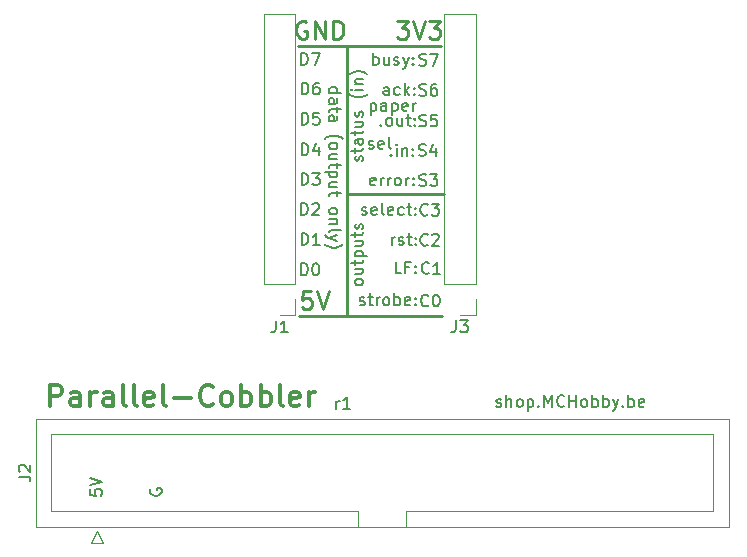
<source format=gbr>
%TF.GenerationSoftware,KiCad,Pcbnew,5.1.12-84ad8e8a86~92~ubuntu18.04.1*%
%TF.CreationDate,2022-06-27T03:15:35+02:00*%
%TF.ProjectId,Parallel-cobbler,50617261-6c6c-4656-9c2d-636f62626c65,rev?*%
%TF.SameCoordinates,Original*%
%TF.FileFunction,Legend,Top*%
%TF.FilePolarity,Positive*%
%FSLAX46Y46*%
G04 Gerber Fmt 4.6, Leading zero omitted, Abs format (unit mm)*
G04 Created by KiCad (PCBNEW 5.1.12-84ad8e8a86~92~ubuntu18.04.1) date 2022-06-27 03:15:35*
%MOMM*%
%LPD*%
G01*
G04 APERTURE LIST*
%ADD10C,0.250000*%
%ADD11C,0.150000*%
%ADD12C,0.350000*%
%ADD13C,0.120000*%
G04 APERTURE END LIST*
D10*
X129550000Y-29450000D02*
X141650000Y-29450000D01*
X129600000Y-52300000D02*
X141750000Y-52300000D01*
D11*
X135545238Y-38104761D02*
X135640476Y-38152380D01*
X135830952Y-38152380D01*
X135926190Y-38104761D01*
X135973809Y-38009523D01*
X135973809Y-37961904D01*
X135926190Y-37866666D01*
X135830952Y-37819047D01*
X135688095Y-37819047D01*
X135592857Y-37771428D01*
X135545238Y-37676190D01*
X135545238Y-37628571D01*
X135592857Y-37533333D01*
X135688095Y-37485714D01*
X135830952Y-37485714D01*
X135926190Y-37533333D01*
X136783333Y-38104761D02*
X136688095Y-38152380D01*
X136497619Y-38152380D01*
X136402380Y-38104761D01*
X136354761Y-38009523D01*
X136354761Y-37628571D01*
X136402380Y-37533333D01*
X136497619Y-37485714D01*
X136688095Y-37485714D01*
X136783333Y-37533333D01*
X136830952Y-37628571D01*
X136830952Y-37723809D01*
X136354761Y-37819047D01*
X137402380Y-38152380D02*
X137307142Y-38104761D01*
X137259523Y-38009523D01*
X137259523Y-37152380D01*
D10*
X133700000Y-42000000D02*
X133700000Y-29500000D01*
X133700000Y-42000000D02*
X133700000Y-52300000D01*
D11*
X132197619Y-33416666D02*
X133197619Y-33416666D01*
X132245238Y-33416666D02*
X132197619Y-33321428D01*
X132197619Y-33130952D01*
X132245238Y-33035714D01*
X132292857Y-32988095D01*
X132388095Y-32940476D01*
X132673809Y-32940476D01*
X132769047Y-32988095D01*
X132816666Y-33035714D01*
X132864285Y-33130952D01*
X132864285Y-33321428D01*
X132816666Y-33416666D01*
X132197619Y-34321428D02*
X132721428Y-34321428D01*
X132816666Y-34273809D01*
X132864285Y-34178571D01*
X132864285Y-33988095D01*
X132816666Y-33892857D01*
X132245238Y-34321428D02*
X132197619Y-34226190D01*
X132197619Y-33988095D01*
X132245238Y-33892857D01*
X132340476Y-33845238D01*
X132435714Y-33845238D01*
X132530952Y-33892857D01*
X132578571Y-33988095D01*
X132578571Y-34226190D01*
X132626190Y-34321428D01*
X132864285Y-34654761D02*
X132864285Y-35035714D01*
X133197619Y-34797619D02*
X132340476Y-34797619D01*
X132245238Y-34845238D01*
X132197619Y-34940476D01*
X132197619Y-35035714D01*
X132197619Y-35797619D02*
X132721428Y-35797619D01*
X132816666Y-35750000D01*
X132864285Y-35654761D01*
X132864285Y-35464285D01*
X132816666Y-35369047D01*
X132245238Y-35797619D02*
X132197619Y-35702380D01*
X132197619Y-35464285D01*
X132245238Y-35369047D01*
X132340476Y-35321428D01*
X132435714Y-35321428D01*
X132530952Y-35369047D01*
X132578571Y-35464285D01*
X132578571Y-35702380D01*
X132626190Y-35797619D01*
X131816666Y-37321428D02*
X131864285Y-37273809D01*
X132007142Y-37178571D01*
X132102380Y-37130952D01*
X132245238Y-37083333D01*
X132483333Y-37035714D01*
X132673809Y-37035714D01*
X132911904Y-37083333D01*
X133054761Y-37130952D01*
X133150000Y-37178571D01*
X133292857Y-37273809D01*
X133340476Y-37321428D01*
X132197619Y-37845238D02*
X132245238Y-37750000D01*
X132292857Y-37702380D01*
X132388095Y-37654761D01*
X132673809Y-37654761D01*
X132769047Y-37702380D01*
X132816666Y-37750000D01*
X132864285Y-37845238D01*
X132864285Y-37988095D01*
X132816666Y-38083333D01*
X132769047Y-38130952D01*
X132673809Y-38178571D01*
X132388095Y-38178571D01*
X132292857Y-38130952D01*
X132245238Y-38083333D01*
X132197619Y-37988095D01*
X132197619Y-37845238D01*
X132864285Y-39035714D02*
X132197619Y-39035714D01*
X132864285Y-38607142D02*
X132340476Y-38607142D01*
X132245238Y-38654761D01*
X132197619Y-38750000D01*
X132197619Y-38892857D01*
X132245238Y-38988095D01*
X132292857Y-39035714D01*
X132864285Y-39369047D02*
X132864285Y-39750000D01*
X133197619Y-39511904D02*
X132340476Y-39511904D01*
X132245238Y-39559523D01*
X132197619Y-39654761D01*
X132197619Y-39750000D01*
X132864285Y-40083333D02*
X131864285Y-40083333D01*
X132816666Y-40083333D02*
X132864285Y-40178571D01*
X132864285Y-40369047D01*
X132816666Y-40464285D01*
X132769047Y-40511904D01*
X132673809Y-40559523D01*
X132388095Y-40559523D01*
X132292857Y-40511904D01*
X132245238Y-40464285D01*
X132197619Y-40369047D01*
X132197619Y-40178571D01*
X132245238Y-40083333D01*
X132864285Y-41416666D02*
X132197619Y-41416666D01*
X132864285Y-40988095D02*
X132340476Y-40988095D01*
X132245238Y-41035714D01*
X132197619Y-41130952D01*
X132197619Y-41273809D01*
X132245238Y-41369047D01*
X132292857Y-41416666D01*
X132864285Y-41750000D02*
X132864285Y-42130952D01*
X133197619Y-41892857D02*
X132340476Y-41892857D01*
X132245238Y-41940476D01*
X132197619Y-42035714D01*
X132197619Y-42130952D01*
X132197619Y-43369047D02*
X132245238Y-43273809D01*
X132292857Y-43226190D01*
X132388095Y-43178571D01*
X132673809Y-43178571D01*
X132769047Y-43226190D01*
X132816666Y-43273809D01*
X132864285Y-43369047D01*
X132864285Y-43511904D01*
X132816666Y-43607142D01*
X132769047Y-43654761D01*
X132673809Y-43702380D01*
X132388095Y-43702380D01*
X132292857Y-43654761D01*
X132245238Y-43607142D01*
X132197619Y-43511904D01*
X132197619Y-43369047D01*
X132864285Y-44130952D02*
X132197619Y-44130952D01*
X132769047Y-44130952D02*
X132816666Y-44178571D01*
X132864285Y-44273809D01*
X132864285Y-44416666D01*
X132816666Y-44511904D01*
X132721428Y-44559523D01*
X132197619Y-44559523D01*
X132197619Y-45178571D02*
X132245238Y-45083333D01*
X132340476Y-45035714D01*
X133197619Y-45035714D01*
X132864285Y-45464285D02*
X132197619Y-45702380D01*
X132864285Y-45940476D02*
X132197619Y-45702380D01*
X131959523Y-45607142D01*
X131911904Y-45559523D01*
X131864285Y-45464285D01*
X131816666Y-46226190D02*
X131864285Y-46273809D01*
X132007142Y-46369047D01*
X132102380Y-46416666D01*
X132245238Y-46464285D01*
X132483333Y-46511904D01*
X132673809Y-46511904D01*
X132911904Y-46464285D01*
X133054761Y-46416666D01*
X133150000Y-46369047D01*
X133292857Y-46273809D01*
X133340476Y-46226190D01*
X135052380Y-49504761D02*
X135004761Y-49600000D01*
X134957142Y-49647619D01*
X134861904Y-49695238D01*
X134576190Y-49695238D01*
X134480952Y-49647619D01*
X134433333Y-49600000D01*
X134385714Y-49504761D01*
X134385714Y-49361904D01*
X134433333Y-49266666D01*
X134480952Y-49219047D01*
X134576190Y-49171428D01*
X134861904Y-49171428D01*
X134957142Y-49219047D01*
X135004761Y-49266666D01*
X135052380Y-49361904D01*
X135052380Y-49504761D01*
X134385714Y-48314285D02*
X135052380Y-48314285D01*
X134385714Y-48742857D02*
X134909523Y-48742857D01*
X135004761Y-48695238D01*
X135052380Y-48600000D01*
X135052380Y-48457142D01*
X135004761Y-48361904D01*
X134957142Y-48314285D01*
X134385714Y-47980952D02*
X134385714Y-47600000D01*
X134052380Y-47838095D02*
X134909523Y-47838095D01*
X135004761Y-47790476D01*
X135052380Y-47695238D01*
X135052380Y-47600000D01*
X134385714Y-47266666D02*
X135385714Y-47266666D01*
X134433333Y-47266666D02*
X134385714Y-47171428D01*
X134385714Y-46980952D01*
X134433333Y-46885714D01*
X134480952Y-46838095D01*
X134576190Y-46790476D01*
X134861904Y-46790476D01*
X134957142Y-46838095D01*
X135004761Y-46885714D01*
X135052380Y-46980952D01*
X135052380Y-47171428D01*
X135004761Y-47266666D01*
X134385714Y-45933333D02*
X135052380Y-45933333D01*
X134385714Y-46361904D02*
X134909523Y-46361904D01*
X135004761Y-46314285D01*
X135052380Y-46219047D01*
X135052380Y-46076190D01*
X135004761Y-45980952D01*
X134957142Y-45933333D01*
X134385714Y-45600000D02*
X134385714Y-45219047D01*
X134052380Y-45457142D02*
X134909523Y-45457142D01*
X135004761Y-45409523D01*
X135052380Y-45314285D01*
X135052380Y-45219047D01*
X135004761Y-44933333D02*
X135052380Y-44838095D01*
X135052380Y-44647619D01*
X135004761Y-44552380D01*
X134909523Y-44504761D01*
X134861904Y-44504761D01*
X134766666Y-44552380D01*
X134719047Y-44647619D01*
X134719047Y-44790476D01*
X134671428Y-44885714D01*
X134576190Y-44933333D01*
X134528571Y-44933333D01*
X134433333Y-44885714D01*
X134385714Y-44790476D01*
X134385714Y-44647619D01*
X134433333Y-44552380D01*
X135004761Y-39183333D02*
X135052380Y-39088095D01*
X135052380Y-38897619D01*
X135004761Y-38802380D01*
X134909523Y-38754761D01*
X134861904Y-38754761D01*
X134766666Y-38802380D01*
X134719047Y-38897619D01*
X134719047Y-39040476D01*
X134671428Y-39135714D01*
X134576190Y-39183333D01*
X134528571Y-39183333D01*
X134433333Y-39135714D01*
X134385714Y-39040476D01*
X134385714Y-38897619D01*
X134433333Y-38802380D01*
X134385714Y-38469047D02*
X134385714Y-38088095D01*
X134052380Y-38326190D02*
X134909523Y-38326190D01*
X135004761Y-38278571D01*
X135052380Y-38183333D01*
X135052380Y-38088095D01*
X135052380Y-37326190D02*
X134528571Y-37326190D01*
X134433333Y-37373809D01*
X134385714Y-37469047D01*
X134385714Y-37659523D01*
X134433333Y-37754761D01*
X135004761Y-37326190D02*
X135052380Y-37421428D01*
X135052380Y-37659523D01*
X135004761Y-37754761D01*
X134909523Y-37802380D01*
X134814285Y-37802380D01*
X134719047Y-37754761D01*
X134671428Y-37659523D01*
X134671428Y-37421428D01*
X134623809Y-37326190D01*
X134385714Y-36992857D02*
X134385714Y-36611904D01*
X134052380Y-36850000D02*
X134909523Y-36850000D01*
X135004761Y-36802380D01*
X135052380Y-36707142D01*
X135052380Y-36611904D01*
X134385714Y-35850000D02*
X135052380Y-35850000D01*
X134385714Y-36278571D02*
X134909523Y-36278571D01*
X135004761Y-36230952D01*
X135052380Y-36135714D01*
X135052380Y-35992857D01*
X135004761Y-35897619D01*
X134957142Y-35850000D01*
X135004761Y-35421428D02*
X135052380Y-35326190D01*
X135052380Y-35135714D01*
X135004761Y-35040476D01*
X134909523Y-34992857D01*
X134861904Y-34992857D01*
X134766666Y-35040476D01*
X134719047Y-35135714D01*
X134719047Y-35278571D01*
X134671428Y-35373809D01*
X134576190Y-35421428D01*
X134528571Y-35421428D01*
X134433333Y-35373809D01*
X134385714Y-35278571D01*
X134385714Y-35135714D01*
X134433333Y-35040476D01*
X135433333Y-33516666D02*
X135385714Y-33564285D01*
X135242857Y-33659523D01*
X135147619Y-33707142D01*
X135004761Y-33754761D01*
X134766666Y-33802380D01*
X134576190Y-33802380D01*
X134338095Y-33754761D01*
X134195238Y-33707142D01*
X134100000Y-33659523D01*
X133957142Y-33564285D01*
X133909523Y-33516666D01*
X135052380Y-33135714D02*
X134385714Y-33135714D01*
X134052380Y-33135714D02*
X134100000Y-33183333D01*
X134147619Y-33135714D01*
X134100000Y-33088095D01*
X134052380Y-33135714D01*
X134147619Y-33135714D01*
X134385714Y-32659523D02*
X135052380Y-32659523D01*
X134480952Y-32659523D02*
X134433333Y-32611904D01*
X134385714Y-32516666D01*
X134385714Y-32373809D01*
X134433333Y-32278571D01*
X134528571Y-32230952D01*
X135052380Y-32230952D01*
X135433333Y-31850000D02*
X135385714Y-31802380D01*
X135242857Y-31707142D01*
X135147619Y-31659523D01*
X135004761Y-31611904D01*
X134766666Y-31564285D01*
X134576190Y-31564285D01*
X134338095Y-31611904D01*
X134195238Y-31659523D01*
X134100000Y-31707142D01*
X133957142Y-31802380D01*
X133909523Y-31850000D01*
X135692857Y-34285714D02*
X135692857Y-35285714D01*
X135692857Y-34333333D02*
X135788095Y-34285714D01*
X135978571Y-34285714D01*
X136073809Y-34333333D01*
X136121428Y-34380952D01*
X136169047Y-34476190D01*
X136169047Y-34761904D01*
X136121428Y-34857142D01*
X136073809Y-34904761D01*
X135978571Y-34952380D01*
X135788095Y-34952380D01*
X135692857Y-34904761D01*
X137026190Y-34952380D02*
X137026190Y-34428571D01*
X136978571Y-34333333D01*
X136883333Y-34285714D01*
X136692857Y-34285714D01*
X136597619Y-34333333D01*
X137026190Y-34904761D02*
X136930952Y-34952380D01*
X136692857Y-34952380D01*
X136597619Y-34904761D01*
X136550000Y-34809523D01*
X136550000Y-34714285D01*
X136597619Y-34619047D01*
X136692857Y-34571428D01*
X136930952Y-34571428D01*
X137026190Y-34523809D01*
X137502380Y-34285714D02*
X137502380Y-35285714D01*
X137502380Y-34333333D02*
X137597619Y-34285714D01*
X137788095Y-34285714D01*
X137883333Y-34333333D01*
X137930952Y-34380952D01*
X137978571Y-34476190D01*
X137978571Y-34761904D01*
X137930952Y-34857142D01*
X137883333Y-34904761D01*
X137788095Y-34952380D01*
X137597619Y-34952380D01*
X137502380Y-34904761D01*
X138788095Y-34904761D02*
X138692857Y-34952380D01*
X138502380Y-34952380D01*
X138407142Y-34904761D01*
X138359523Y-34809523D01*
X138359523Y-34428571D01*
X138407142Y-34333333D01*
X138502380Y-34285714D01*
X138692857Y-34285714D01*
X138788095Y-34333333D01*
X138835714Y-34428571D01*
X138835714Y-34523809D01*
X138359523Y-34619047D01*
X139264285Y-34952380D02*
X139264285Y-34285714D01*
X139264285Y-34476190D02*
X139311904Y-34380952D01*
X139359523Y-34333333D01*
X139454761Y-34285714D01*
X139550000Y-34285714D01*
X136071428Y-41204761D02*
X135976190Y-41252380D01*
X135785714Y-41252380D01*
X135690476Y-41204761D01*
X135642857Y-41109523D01*
X135642857Y-40728571D01*
X135690476Y-40633333D01*
X135785714Y-40585714D01*
X135976190Y-40585714D01*
X136071428Y-40633333D01*
X136119047Y-40728571D01*
X136119047Y-40823809D01*
X135642857Y-40919047D01*
X136547619Y-41252380D02*
X136547619Y-40585714D01*
X136547619Y-40776190D02*
X136595238Y-40680952D01*
X136642857Y-40633333D01*
X136738095Y-40585714D01*
X136833333Y-40585714D01*
X137166666Y-41252380D02*
X137166666Y-40585714D01*
X137166666Y-40776190D02*
X137214285Y-40680952D01*
X137261904Y-40633333D01*
X137357142Y-40585714D01*
X137452380Y-40585714D01*
X137928571Y-41252380D02*
X137833333Y-41204761D01*
X137785714Y-41157142D01*
X137738095Y-41061904D01*
X137738095Y-40776190D01*
X137785714Y-40680952D01*
X137833333Y-40633333D01*
X137928571Y-40585714D01*
X138071428Y-40585714D01*
X138166666Y-40633333D01*
X138214285Y-40680952D01*
X138261904Y-40776190D01*
X138261904Y-41061904D01*
X138214285Y-41157142D01*
X138166666Y-41204761D01*
X138071428Y-41252380D01*
X137928571Y-41252380D01*
X138690476Y-41252380D02*
X138690476Y-40585714D01*
X138690476Y-40776190D02*
X138738095Y-40680952D01*
X138785714Y-40633333D01*
X138880952Y-40585714D01*
X138976190Y-40585714D01*
X139309523Y-41157142D02*
X139357142Y-41204761D01*
X139309523Y-41252380D01*
X139261904Y-41204761D01*
X139309523Y-41157142D01*
X139309523Y-41252380D01*
X139309523Y-40633333D02*
X139357142Y-40680952D01*
X139309523Y-40728571D01*
X139261904Y-40680952D01*
X139309523Y-40633333D01*
X139309523Y-40728571D01*
X137421428Y-38657142D02*
X137469047Y-38704761D01*
X137421428Y-38752380D01*
X137373809Y-38704761D01*
X137421428Y-38657142D01*
X137421428Y-38752380D01*
X137897619Y-38752380D02*
X137897619Y-38085714D01*
X137897619Y-37752380D02*
X137850000Y-37800000D01*
X137897619Y-37847619D01*
X137945238Y-37800000D01*
X137897619Y-37752380D01*
X137897619Y-37847619D01*
X138373809Y-38085714D02*
X138373809Y-38752380D01*
X138373809Y-38180952D02*
X138421428Y-38133333D01*
X138516666Y-38085714D01*
X138659523Y-38085714D01*
X138754761Y-38133333D01*
X138802380Y-38228571D01*
X138802380Y-38752380D01*
X139278571Y-38657142D02*
X139326190Y-38704761D01*
X139278571Y-38752380D01*
X139230952Y-38704761D01*
X139278571Y-38657142D01*
X139278571Y-38752380D01*
X139278571Y-38133333D02*
X139326190Y-38180952D01*
X139278571Y-38228571D01*
X139230952Y-38180952D01*
X139278571Y-38133333D01*
X139278571Y-38228571D01*
X136571428Y-36107142D02*
X136619047Y-36154761D01*
X136571428Y-36202380D01*
X136523809Y-36154761D01*
X136571428Y-36107142D01*
X136571428Y-36202380D01*
X137190476Y-36202380D02*
X137095238Y-36154761D01*
X137047619Y-36107142D01*
X137000000Y-36011904D01*
X137000000Y-35726190D01*
X137047619Y-35630952D01*
X137095238Y-35583333D01*
X137190476Y-35535714D01*
X137333333Y-35535714D01*
X137428571Y-35583333D01*
X137476190Y-35630952D01*
X137523809Y-35726190D01*
X137523809Y-36011904D01*
X137476190Y-36107142D01*
X137428571Y-36154761D01*
X137333333Y-36202380D01*
X137190476Y-36202380D01*
X138380952Y-35535714D02*
X138380952Y-36202380D01*
X137952380Y-35535714D02*
X137952380Y-36059523D01*
X138000000Y-36154761D01*
X138095238Y-36202380D01*
X138238095Y-36202380D01*
X138333333Y-36154761D01*
X138380952Y-36107142D01*
X138714285Y-35535714D02*
X139095238Y-35535714D01*
X138857142Y-35202380D02*
X138857142Y-36059523D01*
X138904761Y-36154761D01*
X139000000Y-36202380D01*
X139095238Y-36202380D01*
X139428571Y-36107142D02*
X139476190Y-36154761D01*
X139428571Y-36202380D01*
X139380952Y-36154761D01*
X139428571Y-36107142D01*
X139428571Y-36202380D01*
X139428571Y-35583333D02*
X139476190Y-35630952D01*
X139428571Y-35678571D01*
X139380952Y-35630952D01*
X139428571Y-35583333D01*
X139428571Y-35678571D01*
X137242857Y-33602380D02*
X137242857Y-33078571D01*
X137195238Y-32983333D01*
X137100000Y-32935714D01*
X136909523Y-32935714D01*
X136814285Y-32983333D01*
X137242857Y-33554761D02*
X137147619Y-33602380D01*
X136909523Y-33602380D01*
X136814285Y-33554761D01*
X136766666Y-33459523D01*
X136766666Y-33364285D01*
X136814285Y-33269047D01*
X136909523Y-33221428D01*
X137147619Y-33221428D01*
X137242857Y-33173809D01*
X138147619Y-33554761D02*
X138052380Y-33602380D01*
X137861904Y-33602380D01*
X137766666Y-33554761D01*
X137719047Y-33507142D01*
X137671428Y-33411904D01*
X137671428Y-33126190D01*
X137719047Y-33030952D01*
X137766666Y-32983333D01*
X137861904Y-32935714D01*
X138052380Y-32935714D01*
X138147619Y-32983333D01*
X138576190Y-33602380D02*
X138576190Y-32602380D01*
X138671428Y-33221428D02*
X138957142Y-33602380D01*
X138957142Y-32935714D02*
X138576190Y-33316666D01*
X139385714Y-33507142D02*
X139433333Y-33554761D01*
X139385714Y-33602380D01*
X139338095Y-33554761D01*
X139385714Y-33507142D01*
X139385714Y-33602380D01*
X139385714Y-32983333D02*
X139433333Y-33030952D01*
X139385714Y-33078571D01*
X139338095Y-33030952D01*
X139385714Y-32983333D01*
X139385714Y-33078571D01*
X135909523Y-31052380D02*
X135909523Y-30052380D01*
X135909523Y-30433333D02*
X136004761Y-30385714D01*
X136195238Y-30385714D01*
X136290476Y-30433333D01*
X136338095Y-30480952D01*
X136385714Y-30576190D01*
X136385714Y-30861904D01*
X136338095Y-30957142D01*
X136290476Y-31004761D01*
X136195238Y-31052380D01*
X136004761Y-31052380D01*
X135909523Y-31004761D01*
X137242857Y-30385714D02*
X137242857Y-31052380D01*
X136814285Y-30385714D02*
X136814285Y-30909523D01*
X136861904Y-31004761D01*
X136957142Y-31052380D01*
X137100000Y-31052380D01*
X137195238Y-31004761D01*
X137242857Y-30957142D01*
X137671428Y-31004761D02*
X137766666Y-31052380D01*
X137957142Y-31052380D01*
X138052380Y-31004761D01*
X138100000Y-30909523D01*
X138100000Y-30861904D01*
X138052380Y-30766666D01*
X137957142Y-30719047D01*
X137814285Y-30719047D01*
X137719047Y-30671428D01*
X137671428Y-30576190D01*
X137671428Y-30528571D01*
X137719047Y-30433333D01*
X137814285Y-30385714D01*
X137957142Y-30385714D01*
X138052380Y-30433333D01*
X138433333Y-30385714D02*
X138671428Y-31052380D01*
X138909523Y-30385714D02*
X138671428Y-31052380D01*
X138576190Y-31290476D01*
X138528571Y-31338095D01*
X138433333Y-31385714D01*
X139290476Y-30957142D02*
X139338095Y-31004761D01*
X139290476Y-31052380D01*
X139242857Y-31004761D01*
X139290476Y-30957142D01*
X139290476Y-31052380D01*
X139290476Y-30433333D02*
X139338095Y-30480952D01*
X139290476Y-30528571D01*
X139242857Y-30480952D01*
X139290476Y-30433333D01*
X139290476Y-30528571D01*
X134964285Y-43704761D02*
X135059523Y-43752380D01*
X135250000Y-43752380D01*
X135345238Y-43704761D01*
X135392857Y-43609523D01*
X135392857Y-43561904D01*
X135345238Y-43466666D01*
X135250000Y-43419047D01*
X135107142Y-43419047D01*
X135011904Y-43371428D01*
X134964285Y-43276190D01*
X134964285Y-43228571D01*
X135011904Y-43133333D01*
X135107142Y-43085714D01*
X135250000Y-43085714D01*
X135345238Y-43133333D01*
X136202380Y-43704761D02*
X136107142Y-43752380D01*
X135916666Y-43752380D01*
X135821428Y-43704761D01*
X135773809Y-43609523D01*
X135773809Y-43228571D01*
X135821428Y-43133333D01*
X135916666Y-43085714D01*
X136107142Y-43085714D01*
X136202380Y-43133333D01*
X136250000Y-43228571D01*
X136250000Y-43323809D01*
X135773809Y-43419047D01*
X136821428Y-43752380D02*
X136726190Y-43704761D01*
X136678571Y-43609523D01*
X136678571Y-42752380D01*
X137583333Y-43704761D02*
X137488095Y-43752380D01*
X137297619Y-43752380D01*
X137202380Y-43704761D01*
X137154761Y-43609523D01*
X137154761Y-43228571D01*
X137202380Y-43133333D01*
X137297619Y-43085714D01*
X137488095Y-43085714D01*
X137583333Y-43133333D01*
X137630952Y-43228571D01*
X137630952Y-43323809D01*
X137154761Y-43419047D01*
X138488095Y-43704761D02*
X138392857Y-43752380D01*
X138202380Y-43752380D01*
X138107142Y-43704761D01*
X138059523Y-43657142D01*
X138011904Y-43561904D01*
X138011904Y-43276190D01*
X138059523Y-43180952D01*
X138107142Y-43133333D01*
X138202380Y-43085714D01*
X138392857Y-43085714D01*
X138488095Y-43133333D01*
X138773809Y-43085714D02*
X139154761Y-43085714D01*
X138916666Y-42752380D02*
X138916666Y-43609523D01*
X138964285Y-43704761D01*
X139059523Y-43752380D01*
X139154761Y-43752380D01*
X139488095Y-43657142D02*
X139535714Y-43704761D01*
X139488095Y-43752380D01*
X139440476Y-43704761D01*
X139488095Y-43657142D01*
X139488095Y-43752380D01*
X139488095Y-43133333D02*
X139535714Y-43180952D01*
X139488095Y-43228571D01*
X139440476Y-43180952D01*
X139488095Y-43133333D01*
X139488095Y-43228571D01*
X137500000Y-46302380D02*
X137500000Y-45635714D01*
X137500000Y-45826190D02*
X137547619Y-45730952D01*
X137595238Y-45683333D01*
X137690476Y-45635714D01*
X137785714Y-45635714D01*
X138071428Y-46254761D02*
X138166666Y-46302380D01*
X138357142Y-46302380D01*
X138452380Y-46254761D01*
X138500000Y-46159523D01*
X138500000Y-46111904D01*
X138452380Y-46016666D01*
X138357142Y-45969047D01*
X138214285Y-45969047D01*
X138119047Y-45921428D01*
X138071428Y-45826190D01*
X138071428Y-45778571D01*
X138119047Y-45683333D01*
X138214285Y-45635714D01*
X138357142Y-45635714D01*
X138452380Y-45683333D01*
X138785714Y-45635714D02*
X139166666Y-45635714D01*
X138928571Y-45302380D02*
X138928571Y-46159523D01*
X138976190Y-46254761D01*
X139071428Y-46302380D01*
X139166666Y-46302380D01*
X139500000Y-46207142D02*
X139547619Y-46254761D01*
X139500000Y-46302380D01*
X139452380Y-46254761D01*
X139500000Y-46207142D01*
X139500000Y-46302380D01*
X139500000Y-45683333D02*
X139547619Y-45730952D01*
X139500000Y-45778571D01*
X139452380Y-45730952D01*
X139500000Y-45683333D01*
X139500000Y-45778571D01*
X138292857Y-48702380D02*
X137816666Y-48702380D01*
X137816666Y-47702380D01*
X138959523Y-48178571D02*
X138626190Y-48178571D01*
X138626190Y-48702380D02*
X138626190Y-47702380D01*
X139102380Y-47702380D01*
X139483333Y-48607142D02*
X139530952Y-48654761D01*
X139483333Y-48702380D01*
X139435714Y-48654761D01*
X139483333Y-48607142D01*
X139483333Y-48702380D01*
X139483333Y-48083333D02*
X139530952Y-48130952D01*
X139483333Y-48178571D01*
X139435714Y-48130952D01*
X139483333Y-48083333D01*
X139483333Y-48178571D01*
X134769047Y-51354761D02*
X134864285Y-51402380D01*
X135054761Y-51402380D01*
X135150000Y-51354761D01*
X135197619Y-51259523D01*
X135197619Y-51211904D01*
X135150000Y-51116666D01*
X135054761Y-51069047D01*
X134911904Y-51069047D01*
X134816666Y-51021428D01*
X134769047Y-50926190D01*
X134769047Y-50878571D01*
X134816666Y-50783333D01*
X134911904Y-50735714D01*
X135054761Y-50735714D01*
X135150000Y-50783333D01*
X135483333Y-50735714D02*
X135864285Y-50735714D01*
X135626190Y-50402380D02*
X135626190Y-51259523D01*
X135673809Y-51354761D01*
X135769047Y-51402380D01*
X135864285Y-51402380D01*
X136197619Y-51402380D02*
X136197619Y-50735714D01*
X136197619Y-50926190D02*
X136245238Y-50830952D01*
X136292857Y-50783333D01*
X136388095Y-50735714D01*
X136483333Y-50735714D01*
X136959523Y-51402380D02*
X136864285Y-51354761D01*
X136816666Y-51307142D01*
X136769047Y-51211904D01*
X136769047Y-50926190D01*
X136816666Y-50830952D01*
X136864285Y-50783333D01*
X136959523Y-50735714D01*
X137102380Y-50735714D01*
X137197619Y-50783333D01*
X137245238Y-50830952D01*
X137292857Y-50926190D01*
X137292857Y-51211904D01*
X137245238Y-51307142D01*
X137197619Y-51354761D01*
X137102380Y-51402380D01*
X136959523Y-51402380D01*
X137721428Y-51402380D02*
X137721428Y-50402380D01*
X137721428Y-50783333D02*
X137816666Y-50735714D01*
X138007142Y-50735714D01*
X138102380Y-50783333D01*
X138150000Y-50830952D01*
X138197619Y-50926190D01*
X138197619Y-51211904D01*
X138150000Y-51307142D01*
X138102380Y-51354761D01*
X138007142Y-51402380D01*
X137816666Y-51402380D01*
X137721428Y-51354761D01*
X139007142Y-51354761D02*
X138911904Y-51402380D01*
X138721428Y-51402380D01*
X138626190Y-51354761D01*
X138578571Y-51259523D01*
X138578571Y-50878571D01*
X138626190Y-50783333D01*
X138721428Y-50735714D01*
X138911904Y-50735714D01*
X139007142Y-50783333D01*
X139054761Y-50878571D01*
X139054761Y-50973809D01*
X138578571Y-51069047D01*
X139483333Y-51307142D02*
X139530952Y-51354761D01*
X139483333Y-51402380D01*
X139435714Y-51354761D01*
X139483333Y-51307142D01*
X139483333Y-51402380D01*
X139483333Y-50783333D02*
X139530952Y-50830952D01*
X139483333Y-50878571D01*
X139435714Y-50830952D01*
X139483333Y-50783333D01*
X139483333Y-50878571D01*
D10*
X141900000Y-42000000D02*
X133700000Y-42000000D01*
D11*
X140583333Y-51407142D02*
X140535714Y-51454761D01*
X140392857Y-51502380D01*
X140297619Y-51502380D01*
X140154761Y-51454761D01*
X140059523Y-51359523D01*
X140011904Y-51264285D01*
X139964285Y-51073809D01*
X139964285Y-50930952D01*
X140011904Y-50740476D01*
X140059523Y-50645238D01*
X140154761Y-50550000D01*
X140297619Y-50502380D01*
X140392857Y-50502380D01*
X140535714Y-50550000D01*
X140583333Y-50597619D01*
X141202380Y-50502380D02*
X141297619Y-50502380D01*
X141392857Y-50550000D01*
X141440476Y-50597619D01*
X141488095Y-50692857D01*
X141535714Y-50883333D01*
X141535714Y-51121428D01*
X141488095Y-51311904D01*
X141440476Y-51407142D01*
X141392857Y-51454761D01*
X141297619Y-51502380D01*
X141202380Y-51502380D01*
X141107142Y-51454761D01*
X141059523Y-51407142D01*
X141011904Y-51311904D01*
X140964285Y-51121428D01*
X140964285Y-50883333D01*
X141011904Y-50692857D01*
X141059523Y-50597619D01*
X141107142Y-50550000D01*
X141202380Y-50502380D01*
X140633333Y-48657142D02*
X140585714Y-48704761D01*
X140442857Y-48752380D01*
X140347619Y-48752380D01*
X140204761Y-48704761D01*
X140109523Y-48609523D01*
X140061904Y-48514285D01*
X140014285Y-48323809D01*
X140014285Y-48180952D01*
X140061904Y-47990476D01*
X140109523Y-47895238D01*
X140204761Y-47800000D01*
X140347619Y-47752380D01*
X140442857Y-47752380D01*
X140585714Y-47800000D01*
X140633333Y-47847619D01*
X141585714Y-48752380D02*
X141014285Y-48752380D01*
X141300000Y-48752380D02*
X141300000Y-47752380D01*
X141204761Y-47895238D01*
X141109523Y-47990476D01*
X141014285Y-48038095D01*
X140533333Y-46257142D02*
X140485714Y-46304761D01*
X140342857Y-46352380D01*
X140247619Y-46352380D01*
X140104761Y-46304761D01*
X140009523Y-46209523D01*
X139961904Y-46114285D01*
X139914285Y-45923809D01*
X139914285Y-45780952D01*
X139961904Y-45590476D01*
X140009523Y-45495238D01*
X140104761Y-45400000D01*
X140247619Y-45352380D01*
X140342857Y-45352380D01*
X140485714Y-45400000D01*
X140533333Y-45447619D01*
X140914285Y-45447619D02*
X140961904Y-45400000D01*
X141057142Y-45352380D01*
X141295238Y-45352380D01*
X141390476Y-45400000D01*
X141438095Y-45447619D01*
X141485714Y-45542857D01*
X141485714Y-45638095D01*
X141438095Y-45780952D01*
X140866666Y-46352380D01*
X141485714Y-46352380D01*
X140533333Y-43707142D02*
X140485714Y-43754761D01*
X140342857Y-43802380D01*
X140247619Y-43802380D01*
X140104761Y-43754761D01*
X140009523Y-43659523D01*
X139961904Y-43564285D01*
X139914285Y-43373809D01*
X139914285Y-43230952D01*
X139961904Y-43040476D01*
X140009523Y-42945238D01*
X140104761Y-42850000D01*
X140247619Y-42802380D01*
X140342857Y-42802380D01*
X140485714Y-42850000D01*
X140533333Y-42897619D01*
X140866666Y-42802380D02*
X141485714Y-42802380D01*
X141152380Y-43183333D01*
X141295238Y-43183333D01*
X141390476Y-43230952D01*
X141438095Y-43278571D01*
X141485714Y-43373809D01*
X141485714Y-43611904D01*
X141438095Y-43707142D01*
X141390476Y-43754761D01*
X141295238Y-43802380D01*
X141009523Y-43802380D01*
X140914285Y-43754761D01*
X140866666Y-43707142D01*
X139838095Y-31054761D02*
X139980952Y-31102380D01*
X140219047Y-31102380D01*
X140314285Y-31054761D01*
X140361904Y-31007142D01*
X140409523Y-30911904D01*
X140409523Y-30816666D01*
X140361904Y-30721428D01*
X140314285Y-30673809D01*
X140219047Y-30626190D01*
X140028571Y-30578571D01*
X139933333Y-30530952D01*
X139885714Y-30483333D01*
X139838095Y-30388095D01*
X139838095Y-30292857D01*
X139885714Y-30197619D01*
X139933333Y-30150000D01*
X140028571Y-30102380D01*
X140266666Y-30102380D01*
X140409523Y-30150000D01*
X140742857Y-30102380D02*
X141409523Y-30102380D01*
X140980952Y-31102380D01*
X139838095Y-33604761D02*
X139980952Y-33652380D01*
X140219047Y-33652380D01*
X140314285Y-33604761D01*
X140361904Y-33557142D01*
X140409523Y-33461904D01*
X140409523Y-33366666D01*
X140361904Y-33271428D01*
X140314285Y-33223809D01*
X140219047Y-33176190D01*
X140028571Y-33128571D01*
X139933333Y-33080952D01*
X139885714Y-33033333D01*
X139838095Y-32938095D01*
X139838095Y-32842857D01*
X139885714Y-32747619D01*
X139933333Y-32700000D01*
X140028571Y-32652380D01*
X140266666Y-32652380D01*
X140409523Y-32700000D01*
X141266666Y-32652380D02*
X141076190Y-32652380D01*
X140980952Y-32700000D01*
X140933333Y-32747619D01*
X140838095Y-32890476D01*
X140790476Y-33080952D01*
X140790476Y-33461904D01*
X140838095Y-33557142D01*
X140885714Y-33604761D01*
X140980952Y-33652380D01*
X141171428Y-33652380D01*
X141266666Y-33604761D01*
X141314285Y-33557142D01*
X141361904Y-33461904D01*
X141361904Y-33223809D01*
X141314285Y-33128571D01*
X141266666Y-33080952D01*
X141171428Y-33033333D01*
X140980952Y-33033333D01*
X140885714Y-33080952D01*
X140838095Y-33128571D01*
X140790476Y-33223809D01*
X139838095Y-36204761D02*
X139980952Y-36252380D01*
X140219047Y-36252380D01*
X140314285Y-36204761D01*
X140361904Y-36157142D01*
X140409523Y-36061904D01*
X140409523Y-35966666D01*
X140361904Y-35871428D01*
X140314285Y-35823809D01*
X140219047Y-35776190D01*
X140028571Y-35728571D01*
X139933333Y-35680952D01*
X139885714Y-35633333D01*
X139838095Y-35538095D01*
X139838095Y-35442857D01*
X139885714Y-35347619D01*
X139933333Y-35300000D01*
X140028571Y-35252380D01*
X140266666Y-35252380D01*
X140409523Y-35300000D01*
X141314285Y-35252380D02*
X140838095Y-35252380D01*
X140790476Y-35728571D01*
X140838095Y-35680952D01*
X140933333Y-35633333D01*
X141171428Y-35633333D01*
X141266666Y-35680952D01*
X141314285Y-35728571D01*
X141361904Y-35823809D01*
X141361904Y-36061904D01*
X141314285Y-36157142D01*
X141266666Y-36204761D01*
X141171428Y-36252380D01*
X140933333Y-36252380D01*
X140838095Y-36204761D01*
X140790476Y-36157142D01*
X139788095Y-38704761D02*
X139930952Y-38752380D01*
X140169047Y-38752380D01*
X140264285Y-38704761D01*
X140311904Y-38657142D01*
X140359523Y-38561904D01*
X140359523Y-38466666D01*
X140311904Y-38371428D01*
X140264285Y-38323809D01*
X140169047Y-38276190D01*
X139978571Y-38228571D01*
X139883333Y-38180952D01*
X139835714Y-38133333D01*
X139788095Y-38038095D01*
X139788095Y-37942857D01*
X139835714Y-37847619D01*
X139883333Y-37800000D01*
X139978571Y-37752380D01*
X140216666Y-37752380D01*
X140359523Y-37800000D01*
X141216666Y-38085714D02*
X141216666Y-38752380D01*
X140978571Y-37704761D02*
X140740476Y-38419047D01*
X141359523Y-38419047D01*
X139838095Y-41254761D02*
X139980952Y-41302380D01*
X140219047Y-41302380D01*
X140314285Y-41254761D01*
X140361904Y-41207142D01*
X140409523Y-41111904D01*
X140409523Y-41016666D01*
X140361904Y-40921428D01*
X140314285Y-40873809D01*
X140219047Y-40826190D01*
X140028571Y-40778571D01*
X139933333Y-40730952D01*
X139885714Y-40683333D01*
X139838095Y-40588095D01*
X139838095Y-40492857D01*
X139885714Y-40397619D01*
X139933333Y-40350000D01*
X140028571Y-40302380D01*
X140266666Y-40302380D01*
X140409523Y-40350000D01*
X140742857Y-40302380D02*
X141361904Y-40302380D01*
X141028571Y-40683333D01*
X141171428Y-40683333D01*
X141266666Y-40730952D01*
X141314285Y-40778571D01*
X141361904Y-40873809D01*
X141361904Y-41111904D01*
X141314285Y-41207142D01*
X141266666Y-41254761D01*
X141171428Y-41302380D01*
X140885714Y-41302380D01*
X140790476Y-41254761D01*
X140742857Y-41207142D01*
X129811904Y-48852380D02*
X129811904Y-47852380D01*
X130050000Y-47852380D01*
X130192857Y-47900000D01*
X130288095Y-47995238D01*
X130335714Y-48090476D01*
X130383333Y-48280952D01*
X130383333Y-48423809D01*
X130335714Y-48614285D01*
X130288095Y-48709523D01*
X130192857Y-48804761D01*
X130050000Y-48852380D01*
X129811904Y-48852380D01*
X131002380Y-47852380D02*
X131097619Y-47852380D01*
X131192857Y-47900000D01*
X131240476Y-47947619D01*
X131288095Y-48042857D01*
X131335714Y-48233333D01*
X131335714Y-48471428D01*
X131288095Y-48661904D01*
X131240476Y-48757142D01*
X131192857Y-48804761D01*
X131097619Y-48852380D01*
X131002380Y-48852380D01*
X130907142Y-48804761D01*
X130859523Y-48757142D01*
X130811904Y-48661904D01*
X130764285Y-48471428D01*
X130764285Y-48233333D01*
X130811904Y-48042857D01*
X130859523Y-47947619D01*
X130907142Y-47900000D01*
X131002380Y-47852380D01*
X129861904Y-46302380D02*
X129861904Y-45302380D01*
X130100000Y-45302380D01*
X130242857Y-45350000D01*
X130338095Y-45445238D01*
X130385714Y-45540476D01*
X130433333Y-45730952D01*
X130433333Y-45873809D01*
X130385714Y-46064285D01*
X130338095Y-46159523D01*
X130242857Y-46254761D01*
X130100000Y-46302380D01*
X129861904Y-46302380D01*
X131385714Y-46302380D02*
X130814285Y-46302380D01*
X131100000Y-46302380D02*
X131100000Y-45302380D01*
X131004761Y-45445238D01*
X130909523Y-45540476D01*
X130814285Y-45588095D01*
X129811904Y-43752380D02*
X129811904Y-42752380D01*
X130050000Y-42752380D01*
X130192857Y-42800000D01*
X130288095Y-42895238D01*
X130335714Y-42990476D01*
X130383333Y-43180952D01*
X130383333Y-43323809D01*
X130335714Y-43514285D01*
X130288095Y-43609523D01*
X130192857Y-43704761D01*
X130050000Y-43752380D01*
X129811904Y-43752380D01*
X130764285Y-42847619D02*
X130811904Y-42800000D01*
X130907142Y-42752380D01*
X131145238Y-42752380D01*
X131240476Y-42800000D01*
X131288095Y-42847619D01*
X131335714Y-42942857D01*
X131335714Y-43038095D01*
X131288095Y-43180952D01*
X130716666Y-43752380D01*
X131335714Y-43752380D01*
X129861904Y-41202380D02*
X129861904Y-40202380D01*
X130100000Y-40202380D01*
X130242857Y-40250000D01*
X130338095Y-40345238D01*
X130385714Y-40440476D01*
X130433333Y-40630952D01*
X130433333Y-40773809D01*
X130385714Y-40964285D01*
X130338095Y-41059523D01*
X130242857Y-41154761D01*
X130100000Y-41202380D01*
X129861904Y-41202380D01*
X130766666Y-40202380D02*
X131385714Y-40202380D01*
X131052380Y-40583333D01*
X131195238Y-40583333D01*
X131290476Y-40630952D01*
X131338095Y-40678571D01*
X131385714Y-40773809D01*
X131385714Y-41011904D01*
X131338095Y-41107142D01*
X131290476Y-41154761D01*
X131195238Y-41202380D01*
X130909523Y-41202380D01*
X130814285Y-41154761D01*
X130766666Y-41107142D01*
X129861904Y-38702380D02*
X129861904Y-37702380D01*
X130100000Y-37702380D01*
X130242857Y-37750000D01*
X130338095Y-37845238D01*
X130385714Y-37940476D01*
X130433333Y-38130952D01*
X130433333Y-38273809D01*
X130385714Y-38464285D01*
X130338095Y-38559523D01*
X130242857Y-38654761D01*
X130100000Y-38702380D01*
X129861904Y-38702380D01*
X131290476Y-38035714D02*
X131290476Y-38702380D01*
X131052380Y-37654761D02*
X130814285Y-38369047D01*
X131433333Y-38369047D01*
X129861904Y-36102380D02*
X129861904Y-35102380D01*
X130100000Y-35102380D01*
X130242857Y-35150000D01*
X130338095Y-35245238D01*
X130385714Y-35340476D01*
X130433333Y-35530952D01*
X130433333Y-35673809D01*
X130385714Y-35864285D01*
X130338095Y-35959523D01*
X130242857Y-36054761D01*
X130100000Y-36102380D01*
X129861904Y-36102380D01*
X131338095Y-35102380D02*
X130861904Y-35102380D01*
X130814285Y-35578571D01*
X130861904Y-35530952D01*
X130957142Y-35483333D01*
X131195238Y-35483333D01*
X131290476Y-35530952D01*
X131338095Y-35578571D01*
X131385714Y-35673809D01*
X131385714Y-35911904D01*
X131338095Y-36007142D01*
X131290476Y-36054761D01*
X131195238Y-36102380D01*
X130957142Y-36102380D01*
X130861904Y-36054761D01*
X130814285Y-36007142D01*
X129861904Y-33552380D02*
X129861904Y-32552380D01*
X130100000Y-32552380D01*
X130242857Y-32600000D01*
X130338095Y-32695238D01*
X130385714Y-32790476D01*
X130433333Y-32980952D01*
X130433333Y-33123809D01*
X130385714Y-33314285D01*
X130338095Y-33409523D01*
X130242857Y-33504761D01*
X130100000Y-33552380D01*
X129861904Y-33552380D01*
X131290476Y-32552380D02*
X131100000Y-32552380D01*
X131004761Y-32600000D01*
X130957142Y-32647619D01*
X130861904Y-32790476D01*
X130814285Y-32980952D01*
X130814285Y-33361904D01*
X130861904Y-33457142D01*
X130909523Y-33504761D01*
X131004761Y-33552380D01*
X131195238Y-33552380D01*
X131290476Y-33504761D01*
X131338095Y-33457142D01*
X131385714Y-33361904D01*
X131385714Y-33123809D01*
X131338095Y-33028571D01*
X131290476Y-32980952D01*
X131195238Y-32933333D01*
X131004761Y-32933333D01*
X130909523Y-32980952D01*
X130861904Y-33028571D01*
X130814285Y-33123809D01*
X129811904Y-31052380D02*
X129811904Y-30052380D01*
X130050000Y-30052380D01*
X130192857Y-30100000D01*
X130288095Y-30195238D01*
X130335714Y-30290476D01*
X130383333Y-30480952D01*
X130383333Y-30623809D01*
X130335714Y-30814285D01*
X130288095Y-30909523D01*
X130192857Y-31004761D01*
X130050000Y-31052380D01*
X129811904Y-31052380D01*
X130716666Y-30052380D02*
X131383333Y-30052380D01*
X130954761Y-31052380D01*
D10*
X130257142Y-27400000D02*
X130114285Y-27328571D01*
X129900000Y-27328571D01*
X129685714Y-27400000D01*
X129542857Y-27542857D01*
X129471428Y-27685714D01*
X129400000Y-27971428D01*
X129400000Y-28185714D01*
X129471428Y-28471428D01*
X129542857Y-28614285D01*
X129685714Y-28757142D01*
X129900000Y-28828571D01*
X130042857Y-28828571D01*
X130257142Y-28757142D01*
X130328571Y-28685714D01*
X130328571Y-28185714D01*
X130042857Y-28185714D01*
X130971428Y-28828571D02*
X130971428Y-27328571D01*
X131828571Y-28828571D01*
X131828571Y-27328571D01*
X132542857Y-28828571D02*
X132542857Y-27328571D01*
X132900000Y-27328571D01*
X133114285Y-27400000D01*
X133257142Y-27542857D01*
X133328571Y-27685714D01*
X133400000Y-27971428D01*
X133400000Y-28185714D01*
X133328571Y-28471428D01*
X133257142Y-28614285D01*
X133114285Y-28757142D01*
X132900000Y-28828571D01*
X132542857Y-28828571D01*
X137942857Y-27328571D02*
X138871428Y-27328571D01*
X138371428Y-27900000D01*
X138585714Y-27900000D01*
X138728571Y-27971428D01*
X138800000Y-28042857D01*
X138871428Y-28185714D01*
X138871428Y-28542857D01*
X138800000Y-28685714D01*
X138728571Y-28757142D01*
X138585714Y-28828571D01*
X138157142Y-28828571D01*
X138014285Y-28757142D01*
X137942857Y-28685714D01*
X139300000Y-27328571D02*
X139800000Y-28828571D01*
X140300000Y-27328571D01*
X140657142Y-27328571D02*
X141585714Y-27328571D01*
X141085714Y-27900000D01*
X141300000Y-27900000D01*
X141442857Y-27971428D01*
X141514285Y-28042857D01*
X141585714Y-28185714D01*
X141585714Y-28542857D01*
X141514285Y-28685714D01*
X141442857Y-28757142D01*
X141300000Y-28828571D01*
X140871428Y-28828571D01*
X140728571Y-28757142D01*
X140657142Y-28685714D01*
X130664285Y-50228571D02*
X129950000Y-50228571D01*
X129878571Y-50942857D01*
X129950000Y-50871428D01*
X130092857Y-50800000D01*
X130450000Y-50800000D01*
X130592857Y-50871428D01*
X130664285Y-50942857D01*
X130735714Y-51085714D01*
X130735714Y-51442857D01*
X130664285Y-51585714D01*
X130592857Y-51657142D01*
X130450000Y-51728571D01*
X130092857Y-51728571D01*
X129950000Y-51657142D01*
X129878571Y-51585714D01*
X131164285Y-50228571D02*
X131664285Y-51728571D01*
X132164285Y-50228571D01*
D11*
X146338095Y-59954761D02*
X146433333Y-60002380D01*
X146623809Y-60002380D01*
X146719047Y-59954761D01*
X146766666Y-59859523D01*
X146766666Y-59811904D01*
X146719047Y-59716666D01*
X146623809Y-59669047D01*
X146480952Y-59669047D01*
X146385714Y-59621428D01*
X146338095Y-59526190D01*
X146338095Y-59478571D01*
X146385714Y-59383333D01*
X146480952Y-59335714D01*
X146623809Y-59335714D01*
X146719047Y-59383333D01*
X147195238Y-60002380D02*
X147195238Y-59002380D01*
X147623809Y-60002380D02*
X147623809Y-59478571D01*
X147576190Y-59383333D01*
X147480952Y-59335714D01*
X147338095Y-59335714D01*
X147242857Y-59383333D01*
X147195238Y-59430952D01*
X148242857Y-60002380D02*
X148147619Y-59954761D01*
X148100000Y-59907142D01*
X148052380Y-59811904D01*
X148052380Y-59526190D01*
X148100000Y-59430952D01*
X148147619Y-59383333D01*
X148242857Y-59335714D01*
X148385714Y-59335714D01*
X148480952Y-59383333D01*
X148528571Y-59430952D01*
X148576190Y-59526190D01*
X148576190Y-59811904D01*
X148528571Y-59907142D01*
X148480952Y-59954761D01*
X148385714Y-60002380D01*
X148242857Y-60002380D01*
X149004761Y-59335714D02*
X149004761Y-60335714D01*
X149004761Y-59383333D02*
X149100000Y-59335714D01*
X149290476Y-59335714D01*
X149385714Y-59383333D01*
X149433333Y-59430952D01*
X149480952Y-59526190D01*
X149480952Y-59811904D01*
X149433333Y-59907142D01*
X149385714Y-59954761D01*
X149290476Y-60002380D01*
X149100000Y-60002380D01*
X149004761Y-59954761D01*
X149909523Y-59907142D02*
X149957142Y-59954761D01*
X149909523Y-60002380D01*
X149861904Y-59954761D01*
X149909523Y-59907142D01*
X149909523Y-60002380D01*
X150385714Y-60002380D02*
X150385714Y-59002380D01*
X150719047Y-59716666D01*
X151052380Y-59002380D01*
X151052380Y-60002380D01*
X152100000Y-59907142D02*
X152052380Y-59954761D01*
X151909523Y-60002380D01*
X151814285Y-60002380D01*
X151671428Y-59954761D01*
X151576190Y-59859523D01*
X151528571Y-59764285D01*
X151480952Y-59573809D01*
X151480952Y-59430952D01*
X151528571Y-59240476D01*
X151576190Y-59145238D01*
X151671428Y-59050000D01*
X151814285Y-59002380D01*
X151909523Y-59002380D01*
X152052380Y-59050000D01*
X152100000Y-59097619D01*
X152528571Y-60002380D02*
X152528571Y-59002380D01*
X152528571Y-59478571D02*
X153100000Y-59478571D01*
X153100000Y-60002380D02*
X153100000Y-59002380D01*
X153719047Y-60002380D02*
X153623809Y-59954761D01*
X153576190Y-59907142D01*
X153528571Y-59811904D01*
X153528571Y-59526190D01*
X153576190Y-59430952D01*
X153623809Y-59383333D01*
X153719047Y-59335714D01*
X153861904Y-59335714D01*
X153957142Y-59383333D01*
X154004761Y-59430952D01*
X154052380Y-59526190D01*
X154052380Y-59811904D01*
X154004761Y-59907142D01*
X153957142Y-59954761D01*
X153861904Y-60002380D01*
X153719047Y-60002380D01*
X154480952Y-60002380D02*
X154480952Y-59002380D01*
X154480952Y-59383333D02*
X154576190Y-59335714D01*
X154766666Y-59335714D01*
X154861904Y-59383333D01*
X154909523Y-59430952D01*
X154957142Y-59526190D01*
X154957142Y-59811904D01*
X154909523Y-59907142D01*
X154861904Y-59954761D01*
X154766666Y-60002380D01*
X154576190Y-60002380D01*
X154480952Y-59954761D01*
X155385714Y-60002380D02*
X155385714Y-59002380D01*
X155385714Y-59383333D02*
X155480952Y-59335714D01*
X155671428Y-59335714D01*
X155766666Y-59383333D01*
X155814285Y-59430952D01*
X155861904Y-59526190D01*
X155861904Y-59811904D01*
X155814285Y-59907142D01*
X155766666Y-59954761D01*
X155671428Y-60002380D01*
X155480952Y-60002380D01*
X155385714Y-59954761D01*
X156195238Y-59335714D02*
X156433333Y-60002380D01*
X156671428Y-59335714D02*
X156433333Y-60002380D01*
X156338095Y-60240476D01*
X156290476Y-60288095D01*
X156195238Y-60335714D01*
X157052380Y-59907142D02*
X157100000Y-59954761D01*
X157052380Y-60002380D01*
X157004761Y-59954761D01*
X157052380Y-59907142D01*
X157052380Y-60002380D01*
X157528571Y-60002380D02*
X157528571Y-59002380D01*
X157528571Y-59383333D02*
X157623809Y-59335714D01*
X157814285Y-59335714D01*
X157909523Y-59383333D01*
X157957142Y-59430952D01*
X158004761Y-59526190D01*
X158004761Y-59811904D01*
X157957142Y-59907142D01*
X157909523Y-59954761D01*
X157814285Y-60002380D01*
X157623809Y-60002380D01*
X157528571Y-59954761D01*
X158814285Y-59954761D02*
X158719047Y-60002380D01*
X158528571Y-60002380D01*
X158433333Y-59954761D01*
X158385714Y-59859523D01*
X158385714Y-59478571D01*
X158433333Y-59383333D01*
X158528571Y-59335714D01*
X158719047Y-59335714D01*
X158814285Y-59383333D01*
X158861904Y-59478571D01*
X158861904Y-59573809D01*
X158385714Y-59669047D01*
X132802380Y-60152380D02*
X132802380Y-59485714D01*
X132802380Y-59676190D02*
X132850000Y-59580952D01*
X132897619Y-59533333D01*
X132992857Y-59485714D01*
X133088095Y-59485714D01*
X133945238Y-60152380D02*
X133373809Y-60152380D01*
X133659523Y-60152380D02*
X133659523Y-59152380D01*
X133564285Y-59295238D01*
X133469047Y-59390476D01*
X133373809Y-59438095D01*
D12*
X108550000Y-59964285D02*
X108550000Y-58164285D01*
X109235714Y-58164285D01*
X109407142Y-58250000D01*
X109492857Y-58335714D01*
X109578571Y-58507142D01*
X109578571Y-58764285D01*
X109492857Y-58935714D01*
X109407142Y-59021428D01*
X109235714Y-59107142D01*
X108550000Y-59107142D01*
X111121428Y-59964285D02*
X111121428Y-59021428D01*
X111035714Y-58850000D01*
X110864285Y-58764285D01*
X110521428Y-58764285D01*
X110350000Y-58850000D01*
X111121428Y-59878571D02*
X110950000Y-59964285D01*
X110521428Y-59964285D01*
X110350000Y-59878571D01*
X110264285Y-59707142D01*
X110264285Y-59535714D01*
X110350000Y-59364285D01*
X110521428Y-59278571D01*
X110950000Y-59278571D01*
X111121428Y-59192857D01*
X111978571Y-59964285D02*
X111978571Y-58764285D01*
X111978571Y-59107142D02*
X112064285Y-58935714D01*
X112150000Y-58850000D01*
X112321428Y-58764285D01*
X112492857Y-58764285D01*
X113864285Y-59964285D02*
X113864285Y-59021428D01*
X113778571Y-58850000D01*
X113607142Y-58764285D01*
X113264285Y-58764285D01*
X113092857Y-58850000D01*
X113864285Y-59878571D02*
X113692857Y-59964285D01*
X113264285Y-59964285D01*
X113092857Y-59878571D01*
X113007142Y-59707142D01*
X113007142Y-59535714D01*
X113092857Y-59364285D01*
X113264285Y-59278571D01*
X113692857Y-59278571D01*
X113864285Y-59192857D01*
X114978571Y-59964285D02*
X114807142Y-59878571D01*
X114721428Y-59707142D01*
X114721428Y-58164285D01*
X115921428Y-59964285D02*
X115750000Y-59878571D01*
X115664285Y-59707142D01*
X115664285Y-58164285D01*
X117292857Y-59878571D02*
X117121428Y-59964285D01*
X116778571Y-59964285D01*
X116607142Y-59878571D01*
X116521428Y-59707142D01*
X116521428Y-59021428D01*
X116607142Y-58850000D01*
X116778571Y-58764285D01*
X117121428Y-58764285D01*
X117292857Y-58850000D01*
X117378571Y-59021428D01*
X117378571Y-59192857D01*
X116521428Y-59364285D01*
X118407142Y-59964285D02*
X118235714Y-59878571D01*
X118150000Y-59707142D01*
X118150000Y-58164285D01*
X119092857Y-59278571D02*
X120464285Y-59278571D01*
X122350000Y-59792857D02*
X122264285Y-59878571D01*
X122007142Y-59964285D01*
X121835714Y-59964285D01*
X121578571Y-59878571D01*
X121407142Y-59707142D01*
X121321428Y-59535714D01*
X121235714Y-59192857D01*
X121235714Y-58935714D01*
X121321428Y-58592857D01*
X121407142Y-58421428D01*
X121578571Y-58250000D01*
X121835714Y-58164285D01*
X122007142Y-58164285D01*
X122264285Y-58250000D01*
X122350000Y-58335714D01*
X123378571Y-59964285D02*
X123207142Y-59878571D01*
X123121428Y-59792857D01*
X123035714Y-59621428D01*
X123035714Y-59107142D01*
X123121428Y-58935714D01*
X123207142Y-58850000D01*
X123378571Y-58764285D01*
X123635714Y-58764285D01*
X123807142Y-58850000D01*
X123892857Y-58935714D01*
X123978571Y-59107142D01*
X123978571Y-59621428D01*
X123892857Y-59792857D01*
X123807142Y-59878571D01*
X123635714Y-59964285D01*
X123378571Y-59964285D01*
X124750000Y-59964285D02*
X124750000Y-58164285D01*
X124750000Y-58850000D02*
X124921428Y-58764285D01*
X125264285Y-58764285D01*
X125435714Y-58850000D01*
X125521428Y-58935714D01*
X125607142Y-59107142D01*
X125607142Y-59621428D01*
X125521428Y-59792857D01*
X125435714Y-59878571D01*
X125264285Y-59964285D01*
X124921428Y-59964285D01*
X124750000Y-59878571D01*
X126378571Y-59964285D02*
X126378571Y-58164285D01*
X126378571Y-58850000D02*
X126550000Y-58764285D01*
X126892857Y-58764285D01*
X127064285Y-58850000D01*
X127150000Y-58935714D01*
X127235714Y-59107142D01*
X127235714Y-59621428D01*
X127150000Y-59792857D01*
X127064285Y-59878571D01*
X126892857Y-59964285D01*
X126550000Y-59964285D01*
X126378571Y-59878571D01*
X128264285Y-59964285D02*
X128092857Y-59878571D01*
X128007142Y-59707142D01*
X128007142Y-58164285D01*
X129635714Y-59878571D02*
X129464285Y-59964285D01*
X129121428Y-59964285D01*
X128950000Y-59878571D01*
X128864285Y-59707142D01*
X128864285Y-59021428D01*
X128950000Y-58850000D01*
X129121428Y-58764285D01*
X129464285Y-58764285D01*
X129635714Y-58850000D01*
X129721428Y-59021428D01*
X129721428Y-59192857D01*
X128864285Y-59364285D01*
X130492857Y-59964285D02*
X130492857Y-58764285D01*
X130492857Y-59107142D02*
X130578571Y-58935714D01*
X130664285Y-58850000D01*
X130835714Y-58764285D01*
X131007142Y-58764285D01*
D11*
X117050000Y-66938095D02*
X117002380Y-67033333D01*
X117002380Y-67176190D01*
X117050000Y-67319047D01*
X117145238Y-67414285D01*
X117240476Y-67461904D01*
X117430952Y-67509523D01*
X117573809Y-67509523D01*
X117764285Y-67461904D01*
X117859523Y-67414285D01*
X117954761Y-67319047D01*
X118002380Y-67176190D01*
X118002380Y-67080952D01*
X117954761Y-66938095D01*
X117907142Y-66890476D01*
X117573809Y-66890476D01*
X117573809Y-67080952D01*
X111952380Y-66990476D02*
X111952380Y-67466666D01*
X112428571Y-67514285D01*
X112380952Y-67466666D01*
X112333333Y-67371428D01*
X112333333Y-67133333D01*
X112380952Y-67038095D01*
X112428571Y-66990476D01*
X112523809Y-66942857D01*
X112761904Y-66942857D01*
X112857142Y-66990476D01*
X112904761Y-67038095D01*
X112952380Y-67133333D01*
X112952380Y-67371428D01*
X112904761Y-67466666D01*
X112857142Y-67514285D01*
X111952380Y-66657142D02*
X112952380Y-66323809D01*
X111952380Y-65990476D01*
D13*
%TO.C,J3*%
X144580000Y-52230000D02*
X143250000Y-52230000D01*
X144580000Y-50900000D02*
X144580000Y-52230000D01*
X144580000Y-49630000D02*
X141920000Y-49630000D01*
X141920000Y-49630000D02*
X141920000Y-26710000D01*
X144580000Y-49630000D02*
X144580000Y-26710000D01*
X144580000Y-26710000D02*
X141920000Y-26710000D01*
%TO.C,J1*%
X129330000Y-52240000D02*
X128000000Y-52240000D01*
X129330000Y-50910000D02*
X129330000Y-52240000D01*
X129330000Y-49640000D02*
X126670000Y-49640000D01*
X126670000Y-49640000D02*
X126670000Y-26720000D01*
X129330000Y-49640000D02*
X129330000Y-26720000D01*
X129330000Y-26720000D02*
X126670000Y-26720000D01*
%TO.C,J2*%
X107340000Y-70140000D02*
X107340000Y-61020000D01*
X107340000Y-61020000D02*
X166020000Y-61020000D01*
X166020000Y-61020000D02*
X166020000Y-70140000D01*
X166020000Y-70140000D02*
X107340000Y-70140000D01*
X134630000Y-70140000D02*
X134630000Y-68830000D01*
X134630000Y-68830000D02*
X108640000Y-68830000D01*
X108640000Y-68830000D02*
X108640000Y-62330000D01*
X108640000Y-62330000D02*
X164720000Y-62330000D01*
X164720000Y-62330000D02*
X164720000Y-68830000D01*
X164720000Y-68830000D02*
X138730000Y-68830000D01*
X138730000Y-68830000D02*
X138730000Y-68830000D01*
X138730000Y-68830000D02*
X138730000Y-70140000D01*
X112550000Y-70530000D02*
X112050000Y-71530000D01*
X112050000Y-71530000D02*
X113050000Y-71530000D01*
X113050000Y-71530000D02*
X112550000Y-70530000D01*
%TO.C,J3*%
D11*
X142916666Y-52682380D02*
X142916666Y-53396666D01*
X142869047Y-53539523D01*
X142773809Y-53634761D01*
X142630952Y-53682380D01*
X142535714Y-53682380D01*
X143297619Y-52682380D02*
X143916666Y-52682380D01*
X143583333Y-53063333D01*
X143726190Y-53063333D01*
X143821428Y-53110952D01*
X143869047Y-53158571D01*
X143916666Y-53253809D01*
X143916666Y-53491904D01*
X143869047Y-53587142D01*
X143821428Y-53634761D01*
X143726190Y-53682380D01*
X143440476Y-53682380D01*
X143345238Y-53634761D01*
X143297619Y-53587142D01*
%TO.C,J1*%
X127666666Y-52692380D02*
X127666666Y-53406666D01*
X127619047Y-53549523D01*
X127523809Y-53644761D01*
X127380952Y-53692380D01*
X127285714Y-53692380D01*
X128666666Y-53692380D02*
X128095238Y-53692380D01*
X128380952Y-53692380D02*
X128380952Y-52692380D01*
X128285714Y-52835238D01*
X128190476Y-52930476D01*
X128095238Y-52978095D01*
%TO.C,J2*%
X105902380Y-65913333D02*
X106616666Y-65913333D01*
X106759523Y-65960952D01*
X106854761Y-66056190D01*
X106902380Y-66199047D01*
X106902380Y-66294285D01*
X105997619Y-65484761D02*
X105950000Y-65437142D01*
X105902380Y-65341904D01*
X105902380Y-65103809D01*
X105950000Y-65008571D01*
X105997619Y-64960952D01*
X106092857Y-64913333D01*
X106188095Y-64913333D01*
X106330952Y-64960952D01*
X106902380Y-65532380D01*
X106902380Y-64913333D01*
%TD*%
M02*

</source>
